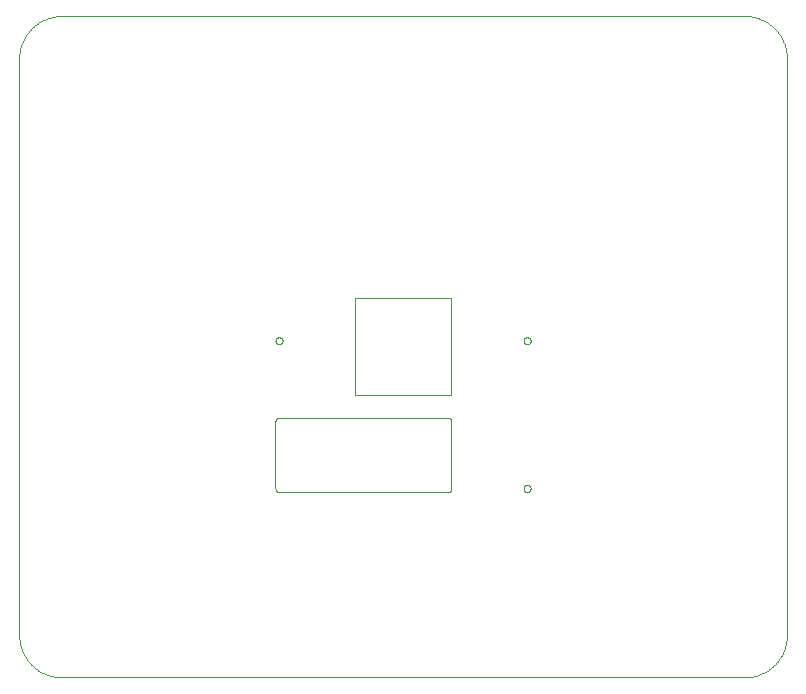
<source format=gbp>
G75*
%MOIN*%
%OFA0B0*%
%FSLAX25Y25*%
%IPPOS*%
%LPD*%
%AMOC8*
5,1,8,0,0,1.08239X$1,22.5*
%
%ADD10C,0.00000*%
D10*
X0016773Y0003000D02*
X0244332Y0003000D01*
X0244674Y0003004D01*
X0245017Y0003017D01*
X0245359Y0003037D01*
X0245700Y0003066D01*
X0246040Y0003103D01*
X0246380Y0003149D01*
X0246718Y0003202D01*
X0247055Y0003264D01*
X0247390Y0003334D01*
X0247724Y0003412D01*
X0248055Y0003498D01*
X0248385Y0003592D01*
X0248712Y0003694D01*
X0249036Y0003803D01*
X0249358Y0003921D01*
X0249677Y0004046D01*
X0249992Y0004179D01*
X0250305Y0004320D01*
X0250613Y0004468D01*
X0250919Y0004623D01*
X0251220Y0004786D01*
X0251517Y0004956D01*
X0251810Y0005133D01*
X0252099Y0005318D01*
X0252383Y0005509D01*
X0252663Y0005707D01*
X0252937Y0005911D01*
X0253207Y0006123D01*
X0253471Y0006340D01*
X0253730Y0006564D01*
X0253984Y0006795D01*
X0254232Y0007031D01*
X0254474Y0007273D01*
X0254710Y0007521D01*
X0254941Y0007775D01*
X0255165Y0008034D01*
X0255382Y0008298D01*
X0255594Y0008568D01*
X0255798Y0008842D01*
X0255996Y0009122D01*
X0256187Y0009406D01*
X0256372Y0009695D01*
X0256549Y0009988D01*
X0256719Y0010285D01*
X0256882Y0010586D01*
X0257037Y0010892D01*
X0257185Y0011200D01*
X0257326Y0011513D01*
X0257459Y0011828D01*
X0257584Y0012147D01*
X0257702Y0012469D01*
X0257811Y0012793D01*
X0257913Y0013120D01*
X0258007Y0013450D01*
X0258093Y0013781D01*
X0258171Y0014115D01*
X0258241Y0014450D01*
X0258303Y0014787D01*
X0258356Y0015125D01*
X0258402Y0015465D01*
X0258439Y0015805D01*
X0258468Y0016146D01*
X0258488Y0016488D01*
X0258501Y0016831D01*
X0258505Y0017173D01*
X0258506Y0017173D02*
X0258506Y0209299D01*
X0258505Y0209299D02*
X0258501Y0209641D01*
X0258488Y0209984D01*
X0258468Y0210326D01*
X0258439Y0210667D01*
X0258402Y0211007D01*
X0258356Y0211347D01*
X0258303Y0211685D01*
X0258241Y0212022D01*
X0258171Y0212357D01*
X0258093Y0212691D01*
X0258007Y0213022D01*
X0257913Y0213352D01*
X0257811Y0213679D01*
X0257702Y0214003D01*
X0257584Y0214325D01*
X0257459Y0214644D01*
X0257326Y0214959D01*
X0257185Y0215272D01*
X0257037Y0215580D01*
X0256882Y0215886D01*
X0256719Y0216187D01*
X0256549Y0216484D01*
X0256372Y0216777D01*
X0256187Y0217066D01*
X0255996Y0217350D01*
X0255798Y0217630D01*
X0255594Y0217904D01*
X0255382Y0218174D01*
X0255165Y0218438D01*
X0254941Y0218697D01*
X0254710Y0218951D01*
X0254474Y0219199D01*
X0254232Y0219441D01*
X0253984Y0219677D01*
X0253730Y0219908D01*
X0253471Y0220132D01*
X0253207Y0220349D01*
X0252937Y0220561D01*
X0252663Y0220765D01*
X0252383Y0220963D01*
X0252099Y0221154D01*
X0251810Y0221339D01*
X0251517Y0221516D01*
X0251220Y0221686D01*
X0250919Y0221849D01*
X0250613Y0222004D01*
X0250305Y0222152D01*
X0249992Y0222293D01*
X0249677Y0222426D01*
X0249358Y0222551D01*
X0249036Y0222669D01*
X0248712Y0222778D01*
X0248385Y0222880D01*
X0248055Y0222974D01*
X0247724Y0223060D01*
X0247390Y0223138D01*
X0247055Y0223208D01*
X0246718Y0223270D01*
X0246380Y0223323D01*
X0246040Y0223369D01*
X0245700Y0223406D01*
X0245359Y0223435D01*
X0245017Y0223455D01*
X0244674Y0223468D01*
X0244332Y0223472D01*
X0016773Y0223472D01*
X0016431Y0223468D01*
X0016088Y0223455D01*
X0015746Y0223435D01*
X0015405Y0223406D01*
X0015065Y0223369D01*
X0014725Y0223323D01*
X0014387Y0223270D01*
X0014050Y0223208D01*
X0013715Y0223138D01*
X0013381Y0223060D01*
X0013050Y0222974D01*
X0012720Y0222880D01*
X0012393Y0222778D01*
X0012069Y0222669D01*
X0011747Y0222551D01*
X0011428Y0222426D01*
X0011113Y0222293D01*
X0010800Y0222152D01*
X0010492Y0222004D01*
X0010186Y0221849D01*
X0009885Y0221686D01*
X0009588Y0221516D01*
X0009295Y0221339D01*
X0009006Y0221154D01*
X0008722Y0220963D01*
X0008442Y0220765D01*
X0008168Y0220561D01*
X0007898Y0220349D01*
X0007634Y0220132D01*
X0007375Y0219908D01*
X0007121Y0219677D01*
X0006873Y0219441D01*
X0006631Y0219199D01*
X0006395Y0218951D01*
X0006164Y0218697D01*
X0005940Y0218438D01*
X0005723Y0218174D01*
X0005511Y0217904D01*
X0005307Y0217630D01*
X0005109Y0217350D01*
X0004918Y0217066D01*
X0004733Y0216777D01*
X0004556Y0216484D01*
X0004386Y0216187D01*
X0004223Y0215886D01*
X0004068Y0215580D01*
X0003920Y0215272D01*
X0003779Y0214959D01*
X0003646Y0214644D01*
X0003521Y0214325D01*
X0003403Y0214003D01*
X0003294Y0213679D01*
X0003192Y0213352D01*
X0003098Y0213022D01*
X0003012Y0212691D01*
X0002934Y0212357D01*
X0002864Y0212022D01*
X0002802Y0211685D01*
X0002749Y0211347D01*
X0002703Y0211007D01*
X0002666Y0210667D01*
X0002637Y0210326D01*
X0002617Y0209984D01*
X0002604Y0209641D01*
X0002600Y0209299D01*
X0002600Y0017173D01*
X0002604Y0016831D01*
X0002617Y0016488D01*
X0002637Y0016146D01*
X0002666Y0015805D01*
X0002703Y0015465D01*
X0002749Y0015125D01*
X0002802Y0014787D01*
X0002864Y0014450D01*
X0002934Y0014115D01*
X0003012Y0013781D01*
X0003098Y0013450D01*
X0003192Y0013120D01*
X0003294Y0012793D01*
X0003403Y0012469D01*
X0003521Y0012147D01*
X0003646Y0011828D01*
X0003779Y0011513D01*
X0003920Y0011200D01*
X0004068Y0010892D01*
X0004223Y0010586D01*
X0004386Y0010285D01*
X0004556Y0009988D01*
X0004733Y0009695D01*
X0004918Y0009406D01*
X0005109Y0009122D01*
X0005307Y0008842D01*
X0005511Y0008568D01*
X0005723Y0008298D01*
X0005940Y0008034D01*
X0006164Y0007775D01*
X0006395Y0007521D01*
X0006631Y0007273D01*
X0006873Y0007031D01*
X0007121Y0006795D01*
X0007375Y0006564D01*
X0007634Y0006340D01*
X0007898Y0006123D01*
X0008168Y0005911D01*
X0008442Y0005707D01*
X0008722Y0005509D01*
X0009006Y0005318D01*
X0009295Y0005133D01*
X0009588Y0004956D01*
X0009885Y0004786D01*
X0010186Y0004623D01*
X0010492Y0004468D01*
X0010800Y0004320D01*
X0011113Y0004179D01*
X0011428Y0004046D01*
X0011747Y0003921D01*
X0012069Y0003803D01*
X0012393Y0003694D01*
X0012720Y0003592D01*
X0013050Y0003498D01*
X0013381Y0003412D01*
X0013715Y0003334D01*
X0014050Y0003264D01*
X0014387Y0003202D01*
X0014725Y0003149D01*
X0015065Y0003103D01*
X0015405Y0003066D01*
X0015746Y0003037D01*
X0016088Y0003017D01*
X0016431Y0003004D01*
X0016773Y0003000D01*
X0088033Y0066031D02*
X0088033Y0088433D01*
X0088035Y0088499D01*
X0088040Y0088565D01*
X0088050Y0088631D01*
X0088063Y0088696D01*
X0088079Y0088760D01*
X0088099Y0088823D01*
X0088123Y0088885D01*
X0088150Y0088945D01*
X0088180Y0089004D01*
X0088214Y0089061D01*
X0088251Y0089116D01*
X0088291Y0089169D01*
X0088333Y0089220D01*
X0088379Y0089268D01*
X0088427Y0089314D01*
X0088478Y0089356D01*
X0088531Y0089396D01*
X0088586Y0089433D01*
X0088643Y0089467D01*
X0088702Y0089497D01*
X0088762Y0089524D01*
X0088824Y0089548D01*
X0088887Y0089568D01*
X0088951Y0089584D01*
X0089016Y0089597D01*
X0089082Y0089607D01*
X0089148Y0089612D01*
X0089214Y0089614D01*
X0145513Y0089614D01*
X0145579Y0089612D01*
X0145645Y0089607D01*
X0145711Y0089597D01*
X0145776Y0089584D01*
X0145840Y0089568D01*
X0145903Y0089548D01*
X0145965Y0089524D01*
X0146025Y0089497D01*
X0146084Y0089467D01*
X0146141Y0089433D01*
X0146196Y0089396D01*
X0146249Y0089356D01*
X0146300Y0089314D01*
X0146348Y0089268D01*
X0146394Y0089220D01*
X0146436Y0089169D01*
X0146476Y0089116D01*
X0146513Y0089061D01*
X0146547Y0089004D01*
X0146577Y0088945D01*
X0146604Y0088885D01*
X0146628Y0088823D01*
X0146648Y0088760D01*
X0146664Y0088696D01*
X0146677Y0088631D01*
X0146687Y0088565D01*
X0146692Y0088499D01*
X0146694Y0088433D01*
X0146694Y0065992D01*
X0146692Y0065926D01*
X0146687Y0065860D01*
X0146677Y0065794D01*
X0146664Y0065729D01*
X0146648Y0065665D01*
X0146628Y0065602D01*
X0146604Y0065540D01*
X0146577Y0065480D01*
X0146547Y0065421D01*
X0146513Y0065364D01*
X0146476Y0065309D01*
X0146436Y0065256D01*
X0146394Y0065205D01*
X0146348Y0065157D01*
X0146300Y0065111D01*
X0146249Y0065069D01*
X0146196Y0065029D01*
X0146141Y0064992D01*
X0146084Y0064958D01*
X0146025Y0064928D01*
X0145965Y0064901D01*
X0145903Y0064877D01*
X0145840Y0064857D01*
X0145776Y0064841D01*
X0145711Y0064828D01*
X0145645Y0064818D01*
X0145579Y0064813D01*
X0145513Y0064811D01*
X0089214Y0064811D01*
X0089148Y0064813D01*
X0089082Y0064818D01*
X0089016Y0064828D01*
X0088951Y0064841D01*
X0088887Y0064857D01*
X0088824Y0064877D01*
X0088762Y0064901D01*
X0088702Y0064928D01*
X0088643Y0064958D01*
X0088586Y0064992D01*
X0088531Y0065029D01*
X0088478Y0065069D01*
X0088427Y0065111D01*
X0088379Y0065157D01*
X0088333Y0065205D01*
X0088291Y0065256D01*
X0088251Y0065309D01*
X0088214Y0065364D01*
X0088180Y0065421D01*
X0088150Y0065480D01*
X0088123Y0065540D01*
X0088099Y0065602D01*
X0088079Y0065665D01*
X0088063Y0065729D01*
X0088050Y0065794D01*
X0088040Y0065860D01*
X0088035Y0065926D01*
X0088033Y0065992D01*
X0114411Y0097094D02*
X0146694Y0097094D01*
X0146694Y0129378D01*
X0114411Y0129378D01*
X0114411Y0097094D01*
X0088033Y0115205D02*
X0088035Y0115274D01*
X0088041Y0115342D01*
X0088051Y0115410D01*
X0088065Y0115477D01*
X0088083Y0115544D01*
X0088104Y0115609D01*
X0088130Y0115673D01*
X0088159Y0115735D01*
X0088191Y0115795D01*
X0088227Y0115854D01*
X0088267Y0115910D01*
X0088309Y0115964D01*
X0088355Y0116015D01*
X0088404Y0116064D01*
X0088455Y0116110D01*
X0088509Y0116152D01*
X0088565Y0116192D01*
X0088623Y0116228D01*
X0088684Y0116260D01*
X0088746Y0116289D01*
X0088810Y0116315D01*
X0088875Y0116336D01*
X0088942Y0116354D01*
X0089009Y0116368D01*
X0089077Y0116378D01*
X0089145Y0116384D01*
X0089214Y0116386D01*
X0089283Y0116384D01*
X0089351Y0116378D01*
X0089419Y0116368D01*
X0089486Y0116354D01*
X0089553Y0116336D01*
X0089618Y0116315D01*
X0089682Y0116289D01*
X0089744Y0116260D01*
X0089804Y0116228D01*
X0089863Y0116192D01*
X0089919Y0116152D01*
X0089973Y0116110D01*
X0090024Y0116064D01*
X0090073Y0116015D01*
X0090119Y0115964D01*
X0090161Y0115910D01*
X0090201Y0115854D01*
X0090237Y0115795D01*
X0090269Y0115735D01*
X0090298Y0115673D01*
X0090324Y0115609D01*
X0090345Y0115544D01*
X0090363Y0115477D01*
X0090377Y0115410D01*
X0090387Y0115342D01*
X0090393Y0115274D01*
X0090395Y0115205D01*
X0090393Y0115136D01*
X0090387Y0115068D01*
X0090377Y0115000D01*
X0090363Y0114933D01*
X0090345Y0114866D01*
X0090324Y0114801D01*
X0090298Y0114737D01*
X0090269Y0114675D01*
X0090237Y0114614D01*
X0090201Y0114556D01*
X0090161Y0114500D01*
X0090119Y0114446D01*
X0090073Y0114395D01*
X0090024Y0114346D01*
X0089973Y0114300D01*
X0089919Y0114258D01*
X0089863Y0114218D01*
X0089805Y0114182D01*
X0089744Y0114150D01*
X0089682Y0114121D01*
X0089618Y0114095D01*
X0089553Y0114074D01*
X0089486Y0114056D01*
X0089419Y0114042D01*
X0089351Y0114032D01*
X0089283Y0114026D01*
X0089214Y0114024D01*
X0089145Y0114026D01*
X0089077Y0114032D01*
X0089009Y0114042D01*
X0088942Y0114056D01*
X0088875Y0114074D01*
X0088810Y0114095D01*
X0088746Y0114121D01*
X0088684Y0114150D01*
X0088623Y0114182D01*
X0088565Y0114218D01*
X0088509Y0114258D01*
X0088455Y0114300D01*
X0088404Y0114346D01*
X0088355Y0114395D01*
X0088309Y0114446D01*
X0088267Y0114500D01*
X0088227Y0114556D01*
X0088191Y0114614D01*
X0088159Y0114675D01*
X0088130Y0114737D01*
X0088104Y0114801D01*
X0088083Y0114866D01*
X0088065Y0114933D01*
X0088051Y0115000D01*
X0088041Y0115068D01*
X0088035Y0115136D01*
X0088033Y0115205D01*
X0170710Y0115205D02*
X0170712Y0115274D01*
X0170718Y0115342D01*
X0170728Y0115410D01*
X0170742Y0115477D01*
X0170760Y0115544D01*
X0170781Y0115609D01*
X0170807Y0115673D01*
X0170836Y0115735D01*
X0170868Y0115795D01*
X0170904Y0115854D01*
X0170944Y0115910D01*
X0170986Y0115964D01*
X0171032Y0116015D01*
X0171081Y0116064D01*
X0171132Y0116110D01*
X0171186Y0116152D01*
X0171242Y0116192D01*
X0171300Y0116228D01*
X0171361Y0116260D01*
X0171423Y0116289D01*
X0171487Y0116315D01*
X0171552Y0116336D01*
X0171619Y0116354D01*
X0171686Y0116368D01*
X0171754Y0116378D01*
X0171822Y0116384D01*
X0171891Y0116386D01*
X0171960Y0116384D01*
X0172028Y0116378D01*
X0172096Y0116368D01*
X0172163Y0116354D01*
X0172230Y0116336D01*
X0172295Y0116315D01*
X0172359Y0116289D01*
X0172421Y0116260D01*
X0172481Y0116228D01*
X0172540Y0116192D01*
X0172596Y0116152D01*
X0172650Y0116110D01*
X0172701Y0116064D01*
X0172750Y0116015D01*
X0172796Y0115964D01*
X0172838Y0115910D01*
X0172878Y0115854D01*
X0172914Y0115795D01*
X0172946Y0115735D01*
X0172975Y0115673D01*
X0173001Y0115609D01*
X0173022Y0115544D01*
X0173040Y0115477D01*
X0173054Y0115410D01*
X0173064Y0115342D01*
X0173070Y0115274D01*
X0173072Y0115205D01*
X0173070Y0115136D01*
X0173064Y0115068D01*
X0173054Y0115000D01*
X0173040Y0114933D01*
X0173022Y0114866D01*
X0173001Y0114801D01*
X0172975Y0114737D01*
X0172946Y0114675D01*
X0172914Y0114614D01*
X0172878Y0114556D01*
X0172838Y0114500D01*
X0172796Y0114446D01*
X0172750Y0114395D01*
X0172701Y0114346D01*
X0172650Y0114300D01*
X0172596Y0114258D01*
X0172540Y0114218D01*
X0172482Y0114182D01*
X0172421Y0114150D01*
X0172359Y0114121D01*
X0172295Y0114095D01*
X0172230Y0114074D01*
X0172163Y0114056D01*
X0172096Y0114042D01*
X0172028Y0114032D01*
X0171960Y0114026D01*
X0171891Y0114024D01*
X0171822Y0114026D01*
X0171754Y0114032D01*
X0171686Y0114042D01*
X0171619Y0114056D01*
X0171552Y0114074D01*
X0171487Y0114095D01*
X0171423Y0114121D01*
X0171361Y0114150D01*
X0171300Y0114182D01*
X0171242Y0114218D01*
X0171186Y0114258D01*
X0171132Y0114300D01*
X0171081Y0114346D01*
X0171032Y0114395D01*
X0170986Y0114446D01*
X0170944Y0114500D01*
X0170904Y0114556D01*
X0170868Y0114614D01*
X0170836Y0114675D01*
X0170807Y0114737D01*
X0170781Y0114801D01*
X0170760Y0114866D01*
X0170742Y0114933D01*
X0170728Y0115000D01*
X0170718Y0115068D01*
X0170712Y0115136D01*
X0170710Y0115205D01*
X0170710Y0065992D02*
X0170712Y0066061D01*
X0170718Y0066129D01*
X0170728Y0066197D01*
X0170742Y0066264D01*
X0170760Y0066331D01*
X0170781Y0066396D01*
X0170807Y0066460D01*
X0170836Y0066522D01*
X0170868Y0066582D01*
X0170904Y0066641D01*
X0170944Y0066697D01*
X0170986Y0066751D01*
X0171032Y0066802D01*
X0171081Y0066851D01*
X0171132Y0066897D01*
X0171186Y0066939D01*
X0171242Y0066979D01*
X0171300Y0067015D01*
X0171361Y0067047D01*
X0171423Y0067076D01*
X0171487Y0067102D01*
X0171552Y0067123D01*
X0171619Y0067141D01*
X0171686Y0067155D01*
X0171754Y0067165D01*
X0171822Y0067171D01*
X0171891Y0067173D01*
X0171960Y0067171D01*
X0172028Y0067165D01*
X0172096Y0067155D01*
X0172163Y0067141D01*
X0172230Y0067123D01*
X0172295Y0067102D01*
X0172359Y0067076D01*
X0172421Y0067047D01*
X0172481Y0067015D01*
X0172540Y0066979D01*
X0172596Y0066939D01*
X0172650Y0066897D01*
X0172701Y0066851D01*
X0172750Y0066802D01*
X0172796Y0066751D01*
X0172838Y0066697D01*
X0172878Y0066641D01*
X0172914Y0066582D01*
X0172946Y0066522D01*
X0172975Y0066460D01*
X0173001Y0066396D01*
X0173022Y0066331D01*
X0173040Y0066264D01*
X0173054Y0066197D01*
X0173064Y0066129D01*
X0173070Y0066061D01*
X0173072Y0065992D01*
X0173070Y0065923D01*
X0173064Y0065855D01*
X0173054Y0065787D01*
X0173040Y0065720D01*
X0173022Y0065653D01*
X0173001Y0065588D01*
X0172975Y0065524D01*
X0172946Y0065462D01*
X0172914Y0065401D01*
X0172878Y0065343D01*
X0172838Y0065287D01*
X0172796Y0065233D01*
X0172750Y0065182D01*
X0172701Y0065133D01*
X0172650Y0065087D01*
X0172596Y0065045D01*
X0172540Y0065005D01*
X0172482Y0064969D01*
X0172421Y0064937D01*
X0172359Y0064908D01*
X0172295Y0064882D01*
X0172230Y0064861D01*
X0172163Y0064843D01*
X0172096Y0064829D01*
X0172028Y0064819D01*
X0171960Y0064813D01*
X0171891Y0064811D01*
X0171822Y0064813D01*
X0171754Y0064819D01*
X0171686Y0064829D01*
X0171619Y0064843D01*
X0171552Y0064861D01*
X0171487Y0064882D01*
X0171423Y0064908D01*
X0171361Y0064937D01*
X0171300Y0064969D01*
X0171242Y0065005D01*
X0171186Y0065045D01*
X0171132Y0065087D01*
X0171081Y0065133D01*
X0171032Y0065182D01*
X0170986Y0065233D01*
X0170944Y0065287D01*
X0170904Y0065343D01*
X0170868Y0065401D01*
X0170836Y0065462D01*
X0170807Y0065524D01*
X0170781Y0065588D01*
X0170760Y0065653D01*
X0170742Y0065720D01*
X0170728Y0065787D01*
X0170718Y0065855D01*
X0170712Y0065923D01*
X0170710Y0065992D01*
M02*

</source>
